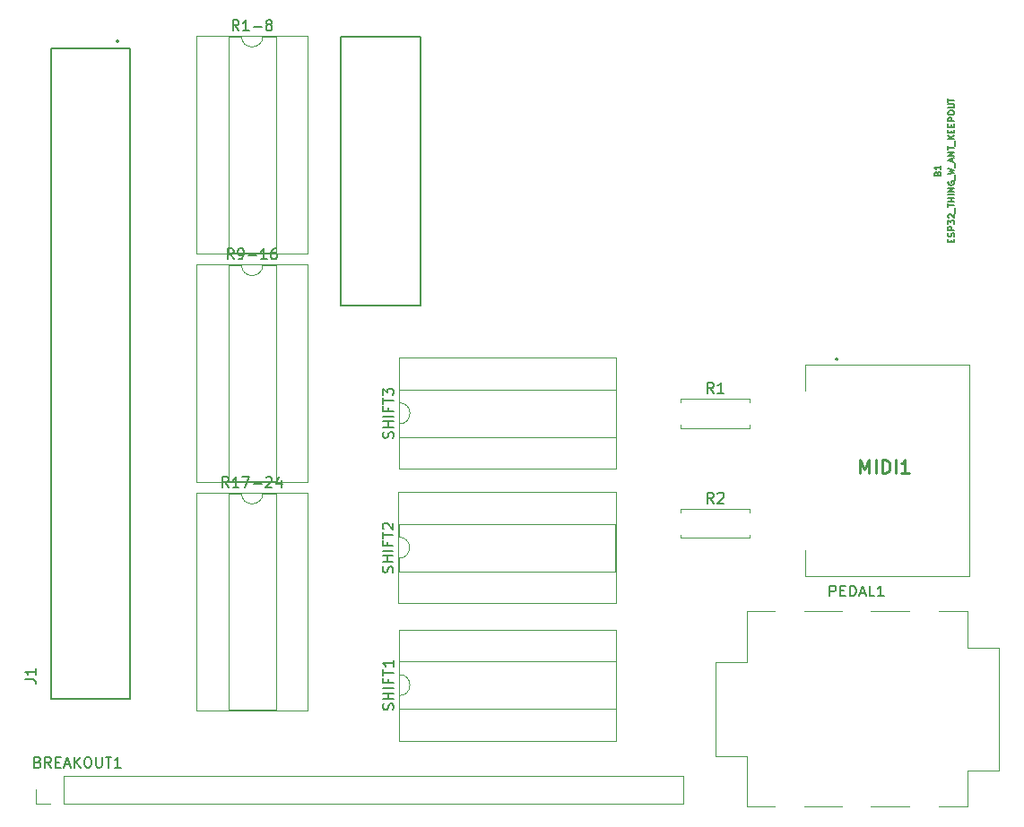
<source format=gbr>
%TF.GenerationSoftware,KiCad,Pcbnew,(6.0.10-0)*%
%TF.CreationDate,2023-11-17T22:41:49+01:00*%
%TF.ProjectId,JazzHands-v0.2,4a617a7a-4861-46e6-9473-2d76302e322e,rev?*%
%TF.SameCoordinates,Original*%
%TF.FileFunction,Legend,Top*%
%TF.FilePolarity,Positive*%
%FSLAX46Y46*%
G04 Gerber Fmt 4.6, Leading zero omitted, Abs format (unit mm)*
G04 Created by KiCad (PCBNEW (6.0.10-0)) date 2023-11-17 22:41:49*
%MOMM*%
%LPD*%
G01*
G04 APERTURE LIST*
%ADD10C,0.150000*%
%ADD11C,0.254000*%
%ADD12C,0.127000*%
%ADD13C,0.200000*%
%ADD14C,0.120000*%
%ADD15C,0.100000*%
G04 APERTURE END LIST*
D10*
%TO.C,J1*%
X139862380Y-111473333D02*
X140576666Y-111473333D01*
X140719523Y-111520952D01*
X140814761Y-111616190D01*
X140862380Y-111759047D01*
X140862380Y-111854285D01*
X140862380Y-110473333D02*
X140862380Y-111044761D01*
X140862380Y-110759047D02*
X139862380Y-110759047D01*
X140005238Y-110854285D01*
X140100476Y-110949523D01*
X140148095Y-111044761D01*
%TO.C,R1-8*%
X160028095Y-50182380D02*
X159694761Y-49706190D01*
X159456666Y-50182380D02*
X159456666Y-49182380D01*
X159837619Y-49182380D01*
X159932857Y-49230000D01*
X159980476Y-49277619D01*
X160028095Y-49372857D01*
X160028095Y-49515714D01*
X159980476Y-49610952D01*
X159932857Y-49658571D01*
X159837619Y-49706190D01*
X159456666Y-49706190D01*
X160980476Y-50182380D02*
X160409047Y-50182380D01*
X160694761Y-50182380D02*
X160694761Y-49182380D01*
X160599523Y-49325238D01*
X160504285Y-49420476D01*
X160409047Y-49468095D01*
X161409047Y-49801428D02*
X162170952Y-49801428D01*
X162790000Y-49610952D02*
X162694761Y-49563333D01*
X162647142Y-49515714D01*
X162599523Y-49420476D01*
X162599523Y-49372857D01*
X162647142Y-49277619D01*
X162694761Y-49230000D01*
X162790000Y-49182380D01*
X162980476Y-49182380D01*
X163075714Y-49230000D01*
X163123333Y-49277619D01*
X163170952Y-49372857D01*
X163170952Y-49420476D01*
X163123333Y-49515714D01*
X163075714Y-49563333D01*
X162980476Y-49610952D01*
X162790000Y-49610952D01*
X162694761Y-49658571D01*
X162647142Y-49706190D01*
X162599523Y-49801428D01*
X162599523Y-49991904D01*
X162647142Y-50087142D01*
X162694761Y-50134761D01*
X162790000Y-50182380D01*
X162980476Y-50182380D01*
X163075714Y-50134761D01*
X163123333Y-50087142D01*
X163170952Y-49991904D01*
X163170952Y-49801428D01*
X163123333Y-49706190D01*
X163075714Y-49658571D01*
X162980476Y-49610952D01*
%TO.C,R2*%
X204863333Y-94842380D02*
X204530000Y-94366190D01*
X204291904Y-94842380D02*
X204291904Y-93842380D01*
X204672857Y-93842380D01*
X204768095Y-93890000D01*
X204815714Y-93937619D01*
X204863333Y-94032857D01*
X204863333Y-94175714D01*
X204815714Y-94270952D01*
X204768095Y-94318571D01*
X204672857Y-94366190D01*
X204291904Y-94366190D01*
X205244285Y-93937619D02*
X205291904Y-93890000D01*
X205387142Y-93842380D01*
X205625238Y-93842380D01*
X205720476Y-93890000D01*
X205768095Y-93937619D01*
X205815714Y-94032857D01*
X205815714Y-94128095D01*
X205768095Y-94270952D01*
X205196666Y-94842380D01*
X205815714Y-94842380D01*
%TO.C,R1*%
X204863333Y-84442380D02*
X204530000Y-83966190D01*
X204291904Y-84442380D02*
X204291904Y-83442380D01*
X204672857Y-83442380D01*
X204768095Y-83490000D01*
X204815714Y-83537619D01*
X204863333Y-83632857D01*
X204863333Y-83775714D01*
X204815714Y-83870952D01*
X204768095Y-83918571D01*
X204672857Y-83966190D01*
X204291904Y-83966190D01*
X205815714Y-84442380D02*
X205244285Y-84442380D01*
X205530000Y-84442380D02*
X205530000Y-83442380D01*
X205434761Y-83585238D01*
X205339523Y-83680476D01*
X205244285Y-83728095D01*
%TO.C,PEDAL1*%
X215831190Y-103637380D02*
X215831190Y-102637380D01*
X216212142Y-102637380D01*
X216307380Y-102685000D01*
X216355000Y-102732619D01*
X216402619Y-102827857D01*
X216402619Y-102970714D01*
X216355000Y-103065952D01*
X216307380Y-103113571D01*
X216212142Y-103161190D01*
X215831190Y-103161190D01*
X216831190Y-103113571D02*
X217164523Y-103113571D01*
X217307380Y-103637380D02*
X216831190Y-103637380D01*
X216831190Y-102637380D01*
X217307380Y-102637380D01*
X217735952Y-103637380D02*
X217735952Y-102637380D01*
X217974047Y-102637380D01*
X218116904Y-102685000D01*
X218212142Y-102780238D01*
X218259761Y-102875476D01*
X218307380Y-103065952D01*
X218307380Y-103208809D01*
X218259761Y-103399285D01*
X218212142Y-103494523D01*
X218116904Y-103589761D01*
X217974047Y-103637380D01*
X217735952Y-103637380D01*
X218688333Y-103351666D02*
X219164523Y-103351666D01*
X218593095Y-103637380D02*
X218926428Y-102637380D01*
X219259761Y-103637380D01*
X220069285Y-103637380D02*
X219593095Y-103637380D01*
X219593095Y-102637380D01*
X220926428Y-103637380D02*
X220355000Y-103637380D01*
X220640714Y-103637380D02*
X220640714Y-102637380D01*
X220545476Y-102780238D01*
X220450238Y-102875476D01*
X220355000Y-102923095D01*
%TO.C,SHIFT2*%
X174554761Y-101383333D02*
X174602380Y-101240476D01*
X174602380Y-101002380D01*
X174554761Y-100907142D01*
X174507142Y-100859523D01*
X174411904Y-100811904D01*
X174316666Y-100811904D01*
X174221428Y-100859523D01*
X174173809Y-100907142D01*
X174126190Y-101002380D01*
X174078571Y-101192857D01*
X174030952Y-101288095D01*
X173983333Y-101335714D01*
X173888095Y-101383333D01*
X173792857Y-101383333D01*
X173697619Y-101335714D01*
X173650000Y-101288095D01*
X173602380Y-101192857D01*
X173602380Y-100954761D01*
X173650000Y-100811904D01*
X174602380Y-100383333D02*
X173602380Y-100383333D01*
X174078571Y-100383333D02*
X174078571Y-99811904D01*
X174602380Y-99811904D02*
X173602380Y-99811904D01*
X174602380Y-99335714D02*
X173602380Y-99335714D01*
X174078571Y-98526190D02*
X174078571Y-98859523D01*
X174602380Y-98859523D02*
X173602380Y-98859523D01*
X173602380Y-98383333D01*
X173602380Y-98145238D02*
X173602380Y-97573809D01*
X174602380Y-97859523D02*
X173602380Y-97859523D01*
X173697619Y-97288095D02*
X173650000Y-97240476D01*
X173602380Y-97145238D01*
X173602380Y-96907142D01*
X173650000Y-96811904D01*
X173697619Y-96764285D01*
X173792857Y-96716666D01*
X173888095Y-96716666D01*
X174030952Y-96764285D01*
X174602380Y-97335714D01*
X174602380Y-96716666D01*
D11*
%TO.C,MIDI1*%
X218712142Y-92014023D02*
X218712142Y-90744023D01*
X219135476Y-91651166D01*
X219558809Y-90744023D01*
X219558809Y-92014023D01*
X220163571Y-92014023D02*
X220163571Y-90744023D01*
X220768333Y-92014023D02*
X220768333Y-90744023D01*
X221070714Y-90744023D01*
X221252142Y-90804500D01*
X221373095Y-90925452D01*
X221433571Y-91046404D01*
X221494047Y-91288309D01*
X221494047Y-91469738D01*
X221433571Y-91711642D01*
X221373095Y-91832595D01*
X221252142Y-91953547D01*
X221070714Y-92014023D01*
X220768333Y-92014023D01*
X222038333Y-92014023D02*
X222038333Y-90744023D01*
X223308333Y-92014023D02*
X222582619Y-92014023D01*
X222945476Y-92014023D02*
X222945476Y-90744023D01*
X222824523Y-90925452D01*
X222703571Y-91046404D01*
X222582619Y-91106880D01*
D10*
%TO.C,SHIFT3*%
X174594761Y-88683333D02*
X174642380Y-88540476D01*
X174642380Y-88302380D01*
X174594761Y-88207142D01*
X174547142Y-88159523D01*
X174451904Y-88111904D01*
X174356666Y-88111904D01*
X174261428Y-88159523D01*
X174213809Y-88207142D01*
X174166190Y-88302380D01*
X174118571Y-88492857D01*
X174070952Y-88588095D01*
X174023333Y-88635714D01*
X173928095Y-88683333D01*
X173832857Y-88683333D01*
X173737619Y-88635714D01*
X173690000Y-88588095D01*
X173642380Y-88492857D01*
X173642380Y-88254761D01*
X173690000Y-88111904D01*
X174642380Y-87683333D02*
X173642380Y-87683333D01*
X174118571Y-87683333D02*
X174118571Y-87111904D01*
X174642380Y-87111904D02*
X173642380Y-87111904D01*
X174642380Y-86635714D02*
X173642380Y-86635714D01*
X174118571Y-85826190D02*
X174118571Y-86159523D01*
X174642380Y-86159523D02*
X173642380Y-86159523D01*
X173642380Y-85683333D01*
X173642380Y-85445238D02*
X173642380Y-84873809D01*
X174642380Y-85159523D02*
X173642380Y-85159523D01*
X173642380Y-84635714D02*
X173642380Y-84016666D01*
X174023333Y-84350000D01*
X174023333Y-84207142D01*
X174070952Y-84111904D01*
X174118571Y-84064285D01*
X174213809Y-84016666D01*
X174451904Y-84016666D01*
X174547142Y-84064285D01*
X174594761Y-84111904D01*
X174642380Y-84207142D01*
X174642380Y-84492857D01*
X174594761Y-84588095D01*
X174547142Y-84635714D01*
%TO.C,R17-24*%
X159075714Y-93362380D02*
X158742380Y-92886190D01*
X158504285Y-93362380D02*
X158504285Y-92362380D01*
X158885238Y-92362380D01*
X158980476Y-92410000D01*
X159028095Y-92457619D01*
X159075714Y-92552857D01*
X159075714Y-92695714D01*
X159028095Y-92790952D01*
X158980476Y-92838571D01*
X158885238Y-92886190D01*
X158504285Y-92886190D01*
X160028095Y-93362380D02*
X159456666Y-93362380D01*
X159742380Y-93362380D02*
X159742380Y-92362380D01*
X159647142Y-92505238D01*
X159551904Y-92600476D01*
X159456666Y-92648095D01*
X160361428Y-92362380D02*
X161028095Y-92362380D01*
X160599523Y-93362380D01*
X161409047Y-92981428D02*
X162170952Y-92981428D01*
X162599523Y-92457619D02*
X162647142Y-92410000D01*
X162742380Y-92362380D01*
X162980476Y-92362380D01*
X163075714Y-92410000D01*
X163123333Y-92457619D01*
X163170952Y-92552857D01*
X163170952Y-92648095D01*
X163123333Y-92790952D01*
X162551904Y-93362380D01*
X163170952Y-93362380D01*
X164028095Y-92695714D02*
X164028095Y-93362380D01*
X163790000Y-92314761D02*
X163551904Y-93029047D01*
X164170952Y-93029047D01*
%TO.C,SHIFT1*%
X174594761Y-114363333D02*
X174642380Y-114220476D01*
X174642380Y-113982380D01*
X174594761Y-113887142D01*
X174547142Y-113839523D01*
X174451904Y-113791904D01*
X174356666Y-113791904D01*
X174261428Y-113839523D01*
X174213809Y-113887142D01*
X174166190Y-113982380D01*
X174118571Y-114172857D01*
X174070952Y-114268095D01*
X174023333Y-114315714D01*
X173928095Y-114363333D01*
X173832857Y-114363333D01*
X173737619Y-114315714D01*
X173690000Y-114268095D01*
X173642380Y-114172857D01*
X173642380Y-113934761D01*
X173690000Y-113791904D01*
X174642380Y-113363333D02*
X173642380Y-113363333D01*
X174118571Y-113363333D02*
X174118571Y-112791904D01*
X174642380Y-112791904D02*
X173642380Y-112791904D01*
X174642380Y-112315714D02*
X173642380Y-112315714D01*
X174118571Y-111506190D02*
X174118571Y-111839523D01*
X174642380Y-111839523D02*
X173642380Y-111839523D01*
X173642380Y-111363333D01*
X173642380Y-111125238D02*
X173642380Y-110553809D01*
X174642380Y-110839523D02*
X173642380Y-110839523D01*
X174642380Y-109696666D02*
X174642380Y-110268095D01*
X174642380Y-109982380D02*
X173642380Y-109982380D01*
X173785238Y-110077619D01*
X173880476Y-110172857D01*
X173928095Y-110268095D01*
D12*
%TO.C,B1*%
X226016457Y-63672542D02*
X226045485Y-63585457D01*
X226074514Y-63556428D01*
X226132571Y-63527400D01*
X226219657Y-63527400D01*
X226277714Y-63556428D01*
X226306742Y-63585457D01*
X226335771Y-63643514D01*
X226335771Y-63875742D01*
X225726171Y-63875742D01*
X225726171Y-63672542D01*
X225755200Y-63614485D01*
X225784228Y-63585457D01*
X225842285Y-63556428D01*
X225900342Y-63556428D01*
X225958400Y-63585457D01*
X225987428Y-63614485D01*
X226016457Y-63672542D01*
X226016457Y-63875742D01*
X226335771Y-62946828D02*
X226335771Y-63295171D01*
X226335771Y-63121000D02*
X225726171Y-63121000D01*
X225813257Y-63179057D01*
X225871314Y-63237114D01*
X225900342Y-63295171D01*
X227286457Y-70174942D02*
X227286457Y-69971742D01*
X227605771Y-69884657D02*
X227605771Y-70174942D01*
X226996171Y-70174942D01*
X226996171Y-69884657D01*
X227576742Y-69652428D02*
X227605771Y-69565342D01*
X227605771Y-69420200D01*
X227576742Y-69362142D01*
X227547714Y-69333114D01*
X227489657Y-69304085D01*
X227431600Y-69304085D01*
X227373542Y-69333114D01*
X227344514Y-69362142D01*
X227315485Y-69420200D01*
X227286457Y-69536314D01*
X227257428Y-69594371D01*
X227228400Y-69623400D01*
X227170342Y-69652428D01*
X227112285Y-69652428D01*
X227054228Y-69623400D01*
X227025200Y-69594371D01*
X226996171Y-69536314D01*
X226996171Y-69391171D01*
X227025200Y-69304085D01*
X227605771Y-69042828D02*
X226996171Y-69042828D01*
X226996171Y-68810600D01*
X227025200Y-68752542D01*
X227054228Y-68723514D01*
X227112285Y-68694485D01*
X227199371Y-68694485D01*
X227257428Y-68723514D01*
X227286457Y-68752542D01*
X227315485Y-68810600D01*
X227315485Y-69042828D01*
X226996171Y-68491285D02*
X226996171Y-68113914D01*
X227228400Y-68317114D01*
X227228400Y-68230028D01*
X227257428Y-68171971D01*
X227286457Y-68142942D01*
X227344514Y-68113914D01*
X227489657Y-68113914D01*
X227547714Y-68142942D01*
X227576742Y-68171971D01*
X227605771Y-68230028D01*
X227605771Y-68404200D01*
X227576742Y-68462257D01*
X227547714Y-68491285D01*
X227054228Y-67881685D02*
X227025200Y-67852657D01*
X226996171Y-67794600D01*
X226996171Y-67649457D01*
X227025200Y-67591400D01*
X227054228Y-67562371D01*
X227112285Y-67533342D01*
X227170342Y-67533342D01*
X227257428Y-67562371D01*
X227605771Y-67910714D01*
X227605771Y-67533342D01*
X227663828Y-67417228D02*
X227663828Y-66952771D01*
X226996171Y-66894714D02*
X226996171Y-66546371D01*
X227605771Y-66720542D02*
X226996171Y-66720542D01*
X227605771Y-66343171D02*
X226996171Y-66343171D01*
X227286457Y-66343171D02*
X227286457Y-65994828D01*
X227605771Y-65994828D02*
X226996171Y-65994828D01*
X227605771Y-65704542D02*
X226996171Y-65704542D01*
X227605771Y-65414257D02*
X226996171Y-65414257D01*
X227605771Y-65065914D01*
X226996171Y-65065914D01*
X227025200Y-64456314D02*
X226996171Y-64514371D01*
X226996171Y-64601457D01*
X227025200Y-64688542D01*
X227083257Y-64746600D01*
X227141314Y-64775628D01*
X227257428Y-64804657D01*
X227344514Y-64804657D01*
X227460628Y-64775628D01*
X227518685Y-64746600D01*
X227576742Y-64688542D01*
X227605771Y-64601457D01*
X227605771Y-64543400D01*
X227576742Y-64456314D01*
X227547714Y-64427285D01*
X227344514Y-64427285D01*
X227344514Y-64543400D01*
X227663828Y-64311171D02*
X227663828Y-63846714D01*
X226996171Y-63759628D02*
X227605771Y-63614485D01*
X227170342Y-63498371D01*
X227605771Y-63382257D01*
X226996171Y-63237114D01*
X227663828Y-63150028D02*
X227663828Y-62685571D01*
X227431600Y-62569457D02*
X227431600Y-62279171D01*
X227605771Y-62627514D02*
X226996171Y-62424314D01*
X227605771Y-62221114D01*
X227605771Y-62017914D02*
X226996171Y-62017914D01*
X227605771Y-61669571D01*
X226996171Y-61669571D01*
X226996171Y-61466371D02*
X226996171Y-61118028D01*
X227605771Y-61292200D02*
X226996171Y-61292200D01*
X227663828Y-61059971D02*
X227663828Y-60595514D01*
X227605771Y-60450371D02*
X226996171Y-60450371D01*
X227605771Y-60102028D02*
X227257428Y-60363285D01*
X226996171Y-60102028D02*
X227344514Y-60450371D01*
X227286457Y-59840771D02*
X227286457Y-59637571D01*
X227605771Y-59550485D02*
X227605771Y-59840771D01*
X226996171Y-59840771D01*
X226996171Y-59550485D01*
X227286457Y-59289228D02*
X227286457Y-59086028D01*
X227605771Y-58998942D02*
X227605771Y-59289228D01*
X226996171Y-59289228D01*
X226996171Y-58998942D01*
X227605771Y-58737685D02*
X226996171Y-58737685D01*
X226996171Y-58505457D01*
X227025200Y-58447400D01*
X227054228Y-58418371D01*
X227112285Y-58389342D01*
X227199371Y-58389342D01*
X227257428Y-58418371D01*
X227286457Y-58447400D01*
X227315485Y-58505457D01*
X227315485Y-58737685D01*
X226996171Y-58011971D02*
X226996171Y-57895857D01*
X227025200Y-57837800D01*
X227083257Y-57779742D01*
X227199371Y-57750714D01*
X227402571Y-57750714D01*
X227518685Y-57779742D01*
X227576742Y-57837800D01*
X227605771Y-57895857D01*
X227605771Y-58011971D01*
X227576742Y-58070028D01*
X227518685Y-58128085D01*
X227402571Y-58157114D01*
X227199371Y-58157114D01*
X227083257Y-58128085D01*
X227025200Y-58070028D01*
X226996171Y-58011971D01*
X226996171Y-57489457D02*
X227489657Y-57489457D01*
X227547714Y-57460428D01*
X227576742Y-57431400D01*
X227605771Y-57373342D01*
X227605771Y-57257228D01*
X227576742Y-57199171D01*
X227547714Y-57170142D01*
X227489657Y-57141114D01*
X226996171Y-57141114D01*
X226996171Y-56937914D02*
X226996171Y-56589571D01*
X227605771Y-56763742D02*
X226996171Y-56763742D01*
D10*
%TO.C,BREAKOUT1*%
X141065714Y-119308571D02*
X141208571Y-119356190D01*
X141256190Y-119403809D01*
X141303809Y-119499047D01*
X141303809Y-119641904D01*
X141256190Y-119737142D01*
X141208571Y-119784761D01*
X141113333Y-119832380D01*
X140732380Y-119832380D01*
X140732380Y-118832380D01*
X141065714Y-118832380D01*
X141160952Y-118880000D01*
X141208571Y-118927619D01*
X141256190Y-119022857D01*
X141256190Y-119118095D01*
X141208571Y-119213333D01*
X141160952Y-119260952D01*
X141065714Y-119308571D01*
X140732380Y-119308571D01*
X142303809Y-119832380D02*
X141970476Y-119356190D01*
X141732380Y-119832380D02*
X141732380Y-118832380D01*
X142113333Y-118832380D01*
X142208571Y-118880000D01*
X142256190Y-118927619D01*
X142303809Y-119022857D01*
X142303809Y-119165714D01*
X142256190Y-119260952D01*
X142208571Y-119308571D01*
X142113333Y-119356190D01*
X141732380Y-119356190D01*
X142732380Y-119308571D02*
X143065714Y-119308571D01*
X143208571Y-119832380D02*
X142732380Y-119832380D01*
X142732380Y-118832380D01*
X143208571Y-118832380D01*
X143589523Y-119546666D02*
X144065714Y-119546666D01*
X143494285Y-119832380D02*
X143827619Y-118832380D01*
X144160952Y-119832380D01*
X144494285Y-119832380D02*
X144494285Y-118832380D01*
X145065714Y-119832380D02*
X144637142Y-119260952D01*
X145065714Y-118832380D02*
X144494285Y-119403809D01*
X145684761Y-118832380D02*
X145875238Y-118832380D01*
X145970476Y-118880000D01*
X146065714Y-118975238D01*
X146113333Y-119165714D01*
X146113333Y-119499047D01*
X146065714Y-119689523D01*
X145970476Y-119784761D01*
X145875238Y-119832380D01*
X145684761Y-119832380D01*
X145589523Y-119784761D01*
X145494285Y-119689523D01*
X145446666Y-119499047D01*
X145446666Y-119165714D01*
X145494285Y-118975238D01*
X145589523Y-118880000D01*
X145684761Y-118832380D01*
X146541904Y-118832380D02*
X146541904Y-119641904D01*
X146589523Y-119737142D01*
X146637142Y-119784761D01*
X146732380Y-119832380D01*
X146922857Y-119832380D01*
X147018095Y-119784761D01*
X147065714Y-119737142D01*
X147113333Y-119641904D01*
X147113333Y-118832380D01*
X147446666Y-118832380D02*
X148018095Y-118832380D01*
X147732380Y-119832380D02*
X147732380Y-118832380D01*
X148875238Y-119832380D02*
X148303809Y-119832380D01*
X148589523Y-119832380D02*
X148589523Y-118832380D01*
X148494285Y-118975238D01*
X148399047Y-119070476D01*
X148303809Y-119118095D01*
%TO.C,R9-16*%
X159551904Y-71782380D02*
X159218571Y-71306190D01*
X158980476Y-71782380D02*
X158980476Y-70782380D01*
X159361428Y-70782380D01*
X159456666Y-70830000D01*
X159504285Y-70877619D01*
X159551904Y-70972857D01*
X159551904Y-71115714D01*
X159504285Y-71210952D01*
X159456666Y-71258571D01*
X159361428Y-71306190D01*
X158980476Y-71306190D01*
X160028095Y-71782380D02*
X160218571Y-71782380D01*
X160313809Y-71734761D01*
X160361428Y-71687142D01*
X160456666Y-71544285D01*
X160504285Y-71353809D01*
X160504285Y-70972857D01*
X160456666Y-70877619D01*
X160409047Y-70830000D01*
X160313809Y-70782380D01*
X160123333Y-70782380D01*
X160028095Y-70830000D01*
X159980476Y-70877619D01*
X159932857Y-70972857D01*
X159932857Y-71210952D01*
X159980476Y-71306190D01*
X160028095Y-71353809D01*
X160123333Y-71401428D01*
X160313809Y-71401428D01*
X160409047Y-71353809D01*
X160456666Y-71306190D01*
X160504285Y-71210952D01*
X160932857Y-71401428D02*
X161694761Y-71401428D01*
X162694761Y-71782380D02*
X162123333Y-71782380D01*
X162409047Y-71782380D02*
X162409047Y-70782380D01*
X162313809Y-70925238D01*
X162218571Y-71020476D01*
X162123333Y-71068095D01*
X163551904Y-70782380D02*
X163361428Y-70782380D01*
X163266190Y-70830000D01*
X163218571Y-70877619D01*
X163123333Y-71020476D01*
X163075714Y-71210952D01*
X163075714Y-71591904D01*
X163123333Y-71687142D01*
X163170952Y-71734761D01*
X163266190Y-71782380D01*
X163456666Y-71782380D01*
X163551904Y-71734761D01*
X163599523Y-71687142D01*
X163647142Y-71591904D01*
X163647142Y-71353809D01*
X163599523Y-71258571D01*
X163551904Y-71210952D01*
X163456666Y-71163333D01*
X163266190Y-71163333D01*
X163170952Y-71210952D01*
X163123333Y-71258571D01*
X163075714Y-71353809D01*
D13*
%TO.C,J1*%
X142295000Y-51845000D02*
X142295000Y-113315000D01*
X149785000Y-113315000D02*
X142295000Y-113315000D01*
X142295000Y-51845000D02*
X149785000Y-51845000D01*
X149785000Y-51845000D02*
X149785000Y-113315000D01*
X148680000Y-51195000D02*
G75*
G03*
X148680000Y-51195000I-100000J0D01*
G01*
D14*
%TO.C,R1-8*%
X156040000Y-50670000D02*
X156040000Y-71230000D01*
X166540000Y-50670000D02*
X156040000Y-50670000D01*
X163540000Y-50730000D02*
X162290000Y-50730000D01*
X159040000Y-71170000D02*
X163540000Y-71170000D01*
X163540000Y-71170000D02*
X163540000Y-50730000D01*
X160290000Y-50730000D02*
X159040000Y-50730000D01*
X159040000Y-50730000D02*
X159040000Y-71170000D01*
X156040000Y-71230000D02*
X166540000Y-71230000D01*
X166540000Y-71230000D02*
X166540000Y-50670000D01*
X160290000Y-50730000D02*
G75*
G03*
X162290000Y-50730000I1000000J0D01*
G01*
%TO.C,R2*%
X208300000Y-98130000D02*
X208300000Y-97800000D01*
X201760000Y-95720000D02*
X201760000Y-95390000D01*
X201760000Y-98130000D02*
X208300000Y-98130000D01*
X201760000Y-95390000D02*
X208300000Y-95390000D01*
X201760000Y-97800000D02*
X201760000Y-98130000D01*
X208300000Y-95390000D02*
X208300000Y-95720000D01*
%TO.C,R1*%
X201760000Y-87730000D02*
X208300000Y-87730000D01*
X201760000Y-87400000D02*
X201760000Y-87730000D01*
X208300000Y-84990000D02*
X208300000Y-85320000D01*
X201760000Y-85320000D02*
X201760000Y-84990000D01*
X208300000Y-87730000D02*
X208300000Y-87400000D01*
X201760000Y-84990000D02*
X208300000Y-84990000D01*
%TO.C,PEDAL1*%
X228825000Y-108480000D02*
X228825000Y-105080000D01*
X223305000Y-123520000D02*
X219705000Y-123520000D01*
X207975000Y-105080000D02*
X210605000Y-105080000D01*
X228825000Y-120120000D02*
X231825000Y-120120000D01*
X205055000Y-118730000D02*
X205055000Y-109830000D01*
X228825000Y-105080000D02*
X226105000Y-105080000D01*
X231825000Y-120120000D02*
X231825000Y-108480000D01*
X219705000Y-105080000D02*
X223305000Y-105080000D01*
X228825000Y-123520000D02*
X226105000Y-123520000D01*
X213405000Y-105080000D02*
X217005000Y-105080000D01*
X205055000Y-118770000D02*
X207975000Y-118770000D01*
X217005000Y-123520000D02*
X213405000Y-123520000D01*
X228825000Y-123520000D02*
X228825000Y-120120000D01*
X210605000Y-123520000D02*
X207975000Y-123520000D01*
X207975000Y-123520000D02*
X207975000Y-118770000D01*
X205055000Y-109830000D02*
X207975000Y-109830000D01*
X228825000Y-108480000D02*
X231825000Y-108480000D01*
X207975000Y-109830000D02*
X207975000Y-105080000D01*
%TO.C,SHIFT2*%
X195590000Y-101300000D02*
X195590000Y-96800000D01*
X175090000Y-93800000D02*
X175090000Y-104300000D01*
X175150000Y-100050000D02*
X175150000Y-101300000D01*
X195590000Y-96800000D02*
X175150000Y-96800000D01*
X175150000Y-96800000D02*
X175150000Y-98050000D01*
X175150000Y-101300000D02*
X195590000Y-101300000D01*
X195650000Y-104300000D02*
X195650000Y-93800000D01*
X195650000Y-93800000D02*
X175090000Y-93800000D01*
X175090000Y-104300000D02*
X195650000Y-104300000D01*
X175150000Y-100050000D02*
G75*
G03*
X175150000Y-98050000I0J1000000D01*
G01*
D15*
%TO.C,MIDI1*%
X229000000Y-101742500D02*
X229000000Y-81742500D01*
D13*
X216400000Y-81237500D02*
X216400000Y-81237500D01*
D15*
X213500000Y-101742500D02*
X229000000Y-101742500D01*
X213500000Y-81742500D02*
X213500000Y-84242500D01*
D13*
X216600000Y-81237500D02*
X216600000Y-81237500D01*
D15*
X229000000Y-81742500D02*
X213500000Y-81742500D01*
X213500000Y-99247500D02*
X213500000Y-101742500D01*
D13*
X216600000Y-81237500D02*
G75*
G03*
X216400000Y-81237500I-100000J0D01*
G01*
X216400000Y-81237500D02*
G75*
G03*
X216600000Y-81237500I100000J0D01*
G01*
D14*
%TO.C,SHIFT3*%
X175190000Y-88600000D02*
X195630000Y-88600000D01*
X195690000Y-91600000D02*
X195690000Y-81100000D01*
X175190000Y-87350000D02*
X175190000Y-88600000D01*
X195630000Y-88600000D02*
X195630000Y-84100000D01*
X175130000Y-81100000D02*
X175130000Y-91600000D01*
X175130000Y-91600000D02*
X195690000Y-91600000D01*
X195690000Y-81100000D02*
X175130000Y-81100000D01*
X175190000Y-84100000D02*
X175190000Y-85350000D01*
X195630000Y-84100000D02*
X175190000Y-84100000D01*
X175190000Y-87350000D02*
G75*
G03*
X175190000Y-85350000I0J1000000D01*
G01*
%TO.C,R17-24*%
X163540000Y-93910000D02*
X162290000Y-93910000D01*
X166540000Y-93850000D02*
X156040000Y-93850000D01*
X166540000Y-114410000D02*
X166540000Y-93850000D01*
X159040000Y-93910000D02*
X159040000Y-114350000D01*
X160290000Y-93910000D02*
X159040000Y-93910000D01*
X159040000Y-114350000D02*
X163540000Y-114350000D01*
X156040000Y-114410000D02*
X166540000Y-114410000D01*
X163540000Y-114350000D02*
X163540000Y-93910000D01*
X156040000Y-93850000D02*
X156040000Y-114410000D01*
X160290000Y-93910000D02*
G75*
G03*
X162290000Y-93910000I1000000J0D01*
G01*
%TO.C,SHIFT1*%
X195690000Y-117280000D02*
X195690000Y-106780000D01*
X195690000Y-106780000D02*
X175130000Y-106780000D01*
X175130000Y-106780000D02*
X175130000Y-117280000D01*
X175190000Y-109780000D02*
X175190000Y-111030000D01*
X175130000Y-117280000D02*
X195690000Y-117280000D01*
X175190000Y-114280000D02*
X195630000Y-114280000D01*
X195630000Y-109780000D02*
X175190000Y-109780000D01*
X175190000Y-113030000D02*
X175190000Y-114280000D01*
X195630000Y-114280000D02*
X195630000Y-109780000D01*
X175190000Y-113030000D02*
G75*
G03*
X175190000Y-111030000I0J1000000D01*
G01*
D12*
%TO.C,B1*%
X169672000Y-76125800D02*
X177165000Y-76125800D01*
X177165000Y-76125800D02*
X177165000Y-50725800D01*
X177165000Y-50725800D02*
X169672000Y-50725800D01*
X169672000Y-76125800D02*
X177165000Y-76125800D01*
X177165000Y-76125800D02*
X177165000Y-50725800D01*
X177165000Y-50725800D02*
X169672000Y-50725800D01*
X169672000Y-50725800D02*
X169672000Y-76125800D01*
X169672000Y-50725800D02*
X169672000Y-76125800D01*
D14*
%TO.C,BREAKOUT1*%
X201990000Y-123250000D02*
X201990000Y-120590000D01*
X143510000Y-123250000D02*
X201990000Y-123250000D01*
X140910000Y-123250000D02*
X140910000Y-121920000D01*
X143510000Y-120590000D02*
X201990000Y-120590000D01*
X142240000Y-123250000D02*
X140910000Y-123250000D01*
X143510000Y-123250000D02*
X143510000Y-120590000D01*
%TO.C,R9-16*%
X160290000Y-72330000D02*
X159040000Y-72330000D01*
X159040000Y-92770000D02*
X163540000Y-92770000D01*
X163540000Y-72330000D02*
X162290000Y-72330000D01*
X166540000Y-92830000D02*
X166540000Y-72270000D01*
X166540000Y-72270000D02*
X156040000Y-72270000D01*
X156040000Y-92830000D02*
X166540000Y-92830000D01*
X163540000Y-92770000D02*
X163540000Y-72330000D01*
X156040000Y-72270000D02*
X156040000Y-92830000D01*
X159040000Y-72330000D02*
X159040000Y-92770000D01*
X160290000Y-72330000D02*
G75*
G03*
X162290000Y-72330000I1000000J0D01*
G01*
%TD*%
M02*

</source>
